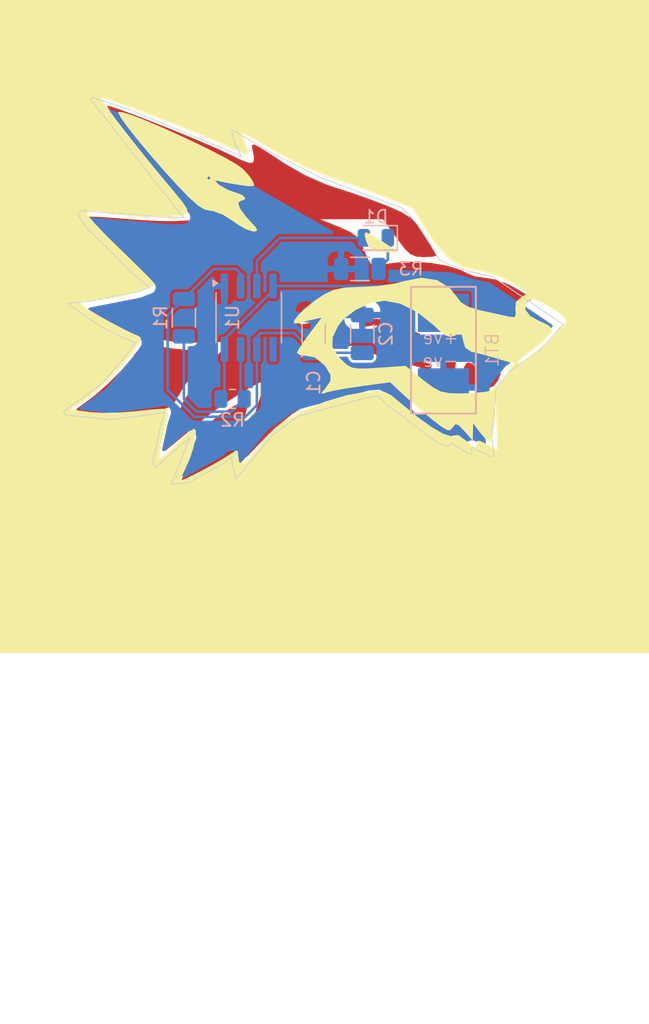
<source format=kicad_pcb>
(kicad_pcb (version 20240108) (generator "pcbnew") (generator_version "8.0")
  (layers (0 "F.Cu" signal) (31 "B.Cu" signal) (34 "B.Paste" user) (35 "F.Paste" user) (36 "B.SilkS" user "B.Silkscreen") (37 "F.SilkS" user "F.Silkscreen") (38 "B.Mask" user) (39 "F.Mask" user) (44 "Edge.Cuts" user))
  (net 0 "")
  (footprint "1_PCBARTSJCET:teeth_for _expose F.Mask" (layer "F.Cu") (at 115.888129 157.599293)
    (property "Reference" "" (at 0 0 0) (layer "F.SilkS") (effects (font (size 1.27 1.27))))
    (property "Value" "")
  )
  (footprint "1_PCBARTSJCET:teeth F.Cu" (layer "F.Cu") (at 115.788129 157.479293)
    (property "Reference" "" (at 0 0 0) (layer "F.SilkS") (effects (font (size 1.27 1.27))))
    (property "Value" "")
    (fp_poly (pts (xy 2.448979 -50.49532) (xy 2.363938 -49.649095) (xy 2.135965 -49.022506) (xy 1.825806 -48.728115) (xy 1.545301 -48.820784) (xy 1.364711 -49.325908) (xy 1.428802 -50.065148) (xy 1.701695 -50.808927) (xy 1.902742 -51.107831) (xy 2.439892 -51.745744)) (fill solid) (layer "F.Cu"))
    (fp_poly (pts (xy -1.686963 -51.172038) (xy -1.379223 -50.862889) (xy -1.072446 -50.8) (xy -0.639628 -50.682998) (xy -0.546236 -50.529787) (xy -0.317486 -50.310244) (xy 0 -50.259574) (xy 0.443913 -50.153027) (xy 0.546237 -50.005309) (xy 0.373786 -49.656071) (xy 0.039867 -49.569897) (xy -0.119118 -49.691229) (xy -0.467418 -49.892784) (xy -1.138558 -50.082196) (xy -1.351299 -50.122079) (xy -2.236238 -50.357409) (xy -2.749113 -50.671495) (xy -2.835764 -51.004471) (xy -2.44203 -51.296469) (xy -2.42096 -51.304442) (xy -1.894584 -51.405806)) (fill solid) (layer "F.Cu"))
    (fp_poly (pts (xy 3.777831 -50.142183) (xy 3.823656 -50.042914) (xy 4.064467 -49.893982) (xy 4.657921 -49.805124) (xy 4.798597 -49.798913) (xy 5.478513 -49.748655) (xy 5.878313 -49.660863) (xy 5.901296 -49.645172) (xy 5.924211 -49.31899) (xy 5.71534 -48.841485) (xy 5.402973 -48.425298) (xy 5.1154 -48.283068) (xy 5.087008 -48.295494) (xy 4.440311 -48.463209) (xy 3.678411 -48.403457) (xy 3.339722 -48.271074) (xy 3.116173 -48.290628) (xy 3.015735 -48.749439) (xy 3.004302 -49.162776) (xy 3.069994 -49.920314) (xy 3.288523 -50.236929) (xy 3.413979 -50.259574)) (fill solid) (layer "F.Cu"))
    (fp_poly (pts (xy -5.592415 -52.410857) (xy -5.204273 -52.215327) (xy -4.885305 -52.237332) (xy -4.46645 -52.243076) (xy -4.369892 -52.125766) (xy -4.135423 -51.943547) (xy -3.66707 -51.880851) (xy -3.147866 -51.781728) (xy -3.051182 -51.435889) (xy -3.05569 -51.411082) (xy -3.33781 -50.989449) (xy -3.807754 -50.840536) (xy -4.212276 -51.038655) (xy -4.230853 -51.066243) (xy -4.606912 -51.238528) (xy -4.939113 -51.198101) (xy -5.372054 -51.189307) (xy -5.462365 -51.353732) (xy -5.677538 -51.558816) (xy -6.008602 -51.532344) (xy -6.450502 -51.567114) (xy -6.540469 -51.884202) (xy -6.250166 -52.33054) (xy -6.169476 -52.401311) (xy -5.785736 -52.57612)) (fill solid) (layer "F.Cu"))
    (fp_poly (pts (xy -3.325093 -53.613434) (xy -2.62502 -53.45269) (xy -2.222813 -53.263518) (xy -2.184946 -53.197379) (xy -1.955645 -53.006481) (xy -1.632853 -52.961702) (xy -1.094921 -52.826506) (xy -0.402923 -52.488897) (xy 0.285523 -52.050846) (xy 0.812798 -51.614323) (xy 1.021285 -51.281299) (xy 1.015859 -51.248134) (xy 0.701518 -50.941563) (xy 0.078066 -51.04456) (xy -0.204838 -51.169368) (xy -0.675001 -51.528098) (xy -0.819354 -51.831289) (xy -0.985314 -52.064898) (xy -1.541931 -52.03602) (xy -1.638709 -52.015957) (xy -2.222601 -51.947836) (xy -2.44115 -52.129424) (xy -2.458064 -52.296215) (xy -2.613959 -52.62815) (xy -3.004301 -52.613195) (xy -3.460098 -52.635817) (xy -3.550537 -52.873363) (xy -3.676354 -53.13076) (xy -4.136482 -53.145556) (xy -4.438172 -53.091138) (xy -5.011184 -52.992329) (xy -5.13339 -53.067539) (xy -4.895523 -53.350616) (xy -4.440179 -53.632969) (xy -3.75483 -53.668585)) (fill solid) (layer "F.Cu"))
  )
  (footprint "1_PCBARTSJCET:fr4 eyes F.Mask" (layer "F.Cu") (at 121.93 155.57)
    (property "Reference" "" (at 0 0 0) (layer "F.SilkS") (effects (font (size 1.27 1.27))))
    (property "Value" "")
  )
  (footprint "1_PCBARTSJCET:sjcet_copper_red F.Cu" (layer "F.Cu") (at 114.822907 158.699727)
    (property "Reference" "" (at 0 0 0) (layer "F.SilkS") (effects (font (size 1.27 1.27))))
    (property "Value" "")
    (fp_poly (pts (xy -12.962405 -47.91865) (xy -13.12809 -47.171998) (xy -13.308819 -46.213111) (xy -13.367174 -45.866575) (xy -13.586107 -44.987618) (xy -13.89541 -44.273011) (xy -14.031134 -44.08235) (xy -14.582575 -43.636116) (xy -15.446587 -43.093126) (xy -16.430373 -42.561727) (xy -17.341135 -42.150268) (xy -17.679674 -42.031944) (xy -18.289457 -41.849533) (xy -17.614063 -43.284873) (xy -17.241559 -44.172159) (xy -16.995109 -44.942333) (xy -16.936001 -45.300199) (xy -16.703221 -45.884056) (xy -16.079561 -46.596584) (xy -15.170319 -47.340448) (xy -14.08079 -48.018316) (xy -13.885884 -48.11965) (xy -12.765451 -48.685172)) (fill solid) (layer "F.Cu"))
    (fp_poly (pts (xy -24.560063 -62.855827) (xy -23.508019 -62.789095) (xy -22.291422 -62.692161) (xy -20.918021 -62.592842) (xy -19.64458 -62.536052) (xy -18.627265 -62.526732) (xy -18.08554 -62.559112) (xy -17.444367 -62.595955) (xy -16.908943 -62.440067) (xy -16.287318 -62.013448) (xy -15.863263 -61.656099) (xy -14.656634 -60.609441) (xy -16.27294 -59.526754) (xy -17.554052 -58.703442) (xy -18.64597 -58.069454) (xy -19.462332 -57.671987) (xy -19.880065 -57.555319) (xy -20.213231 -57.716846) (xy -20.79413 -58.128898) (xy -21.173872 -58.43351) (xy -21.90801 -59.07667) (xy -22.750671 -59.860467) (xy -23.615822 -60.698561) (xy -24.417434 -61.504614) (xy -25.069473 -62.192284) (xy -25.48591 -62.675231) (xy -25.588079 -62.863566) (xy -25.290428 -62.882575)) (fill solid) (layer "F.Cu"))
    (fp_poly (pts (xy -20.348675 -52.808875) (xy -20.347311 -52.808576) (xy -19.647835 -52.690347) (xy -18.63578 -52.56016) (xy -17.647223 -52.457501) (xy -15.76649 -52.28617) (xy -16.77919 -51.088989) (xy -17.458412 -50.21391) (xy -18.067301 -49.310146) (xy -18.308919 -48.889127) (xy -18.636034 -48.333235) (xy -19.009151 -47.994632) (xy -19.592944 -47.778257) (xy -20.552088 -47.589052) (xy -20.564916 -47.58684) (xy -21.888796 -47.414742) (xy -23.273495 -47.326784) (xy -24.557005 -47.324825) (xy -25.577314 -47.410724) (xy -26.047611 -47.523907) (xy -26.342136 -47.687754) (xy -26.252988 -47.891897) (xy -25.774493 -48.228792) (xy -24.846945 -48.925672) (xy -23.78904 -49.866244) (xy -22.774283 -50.883422) (xy -21.976179 -51.81012) (xy -21.793144 -52.062828) (xy -21.333918 -52.652309) (xy -20.920316 -52.865976)) (fill solid) (layer "F.Cu"))
    (fp_poly (pts (xy -23.627407 -71.495895) (xy -22.937191 -71.266834) (xy -21.933557 -70.89962) (xy -20.710839 -70.431599) (xy -19.36337 -69.90012) (xy -17.985484 -69.342531) (xy -16.671514 -68.796181) (xy -15.515794 -68.298416) (xy -14.612658 -67.886585) (xy -14.414777 -67.790209) (xy -13.394104 -67.301562) (xy -12.772269 -67.07789) (xy -12.470306 -67.122256) (xy -12.409252 -67.437726) (xy -12.476342 -67.86542) (xy -12.55585 -68.257153) (xy -12.558245 -68.484963) (xy -12.411639 -68.524262) (xy -12.044142 -68.350461) (xy -11.383866 -67.938971) (xy -10.35892 -67.265202) (xy -9.968817 -67.007749) (xy -8.444414 -66.136177) (xy -6.795067 -65.40708) (xy -6.008602 -65.139604) (xy -4.646407 -64.702245) (xy -3.139316 -64.168502) (xy -1.969324 -63.716114) (xy -0.903761 -63.248444) (xy -0.184821 -62.818963) (xy 0.358973 -62.294649) (xy 0.899099 -61.542479) (xy 0.966697 -61.438501) (xy 1.453671 -60.666647) (xy 1.794894 -60.090109) (xy 1.911828 -59.846881) (xy 1.669958 -59.764021) (xy 1.068913 -59.719469) (xy 0.867111 -59.717021) (xy 0.273556 -59.75801) (xy -0.178806 -59.948479) (xy -0.63475 -60.389679) (xy -1.239053 -61.182865) (xy -1.249556 -61.197364) (xy -2.321505 -62.677707) (xy -4.779569 -62.675233) (xy -7.237634 -62.672759) (xy -5.743029 -62.073081) (xy -4.862124 -61.67865) (xy -4.332985 -61.283009) (xy -3.984954 -60.727126) (xy -3.794654 -60.257447) (xy -3.485087 -59.550285) (xy -3.207747 -59.118369) (xy -3.104313 -59.054363) (xy -2.722975 -59.096934) (xy -1.981857 -59.193691) (xy -1.284676 -59.289719) (xy -0.01592 -59.360521) (xy 1.374262 -59.269018) (xy 2.700512 -59.042625) (xy 3.777473 -58.70876) (xy 4.215579 -58.47617) (xy 4.873002 -58.209097) (xy 5.69198 -58.095775) (xy 5.70398 -58.095744) (xy 6.50232 -57.957123) (xy 7.456398 -57.604835) (xy 7.896435 -57.38067) (xy 8.737074 -56.895844) (xy 9.174353 -56.602682) (xy 9.276322 -56.419835) (xy 9.111033 -56.265955) (xy 8.919374 -56.157841) (xy 8.558638 -55.74265) (xy 8.585455 -55.232363) (xy 8.655947 -54.8717) (xy 8.581365 -54.671023) (xy 8.270195 -54.621595) (xy 7.630924 -54.71468) (xy 6.572039 -54.941539) (xy 6.263971 -55.010718) (xy 5.178691 -55.291745) (xy 4.462776 -55.596882) (xy 3.943344 -56.015442) (xy 3.653022 -56.359543) (xy 2.698081 -57.222584) (xy 1.560319 -57.662945) (xy 0.374824 -57.642566) (xy -0.199511 -57.44493) (xy -1.251375 -57.151979) (xy -2.815537 -57.021953) (xy -3.369773 -57.014893) (xy -4.550177 -56.994432) (xy -5.368841 -56.905891) (xy -6.00956 -56.708532) (xy -6.656131 -56.361621) (xy -6.842765 -56.245143) (xy -7.649737 -55.687432) (xy -8.328668 -55.139806) (xy -8.555426 -54.917966) (xy -8.850037 -54.564205) (xy -8.806077 -54.447831) (xy -8.342889 -54.520016) (xy -8.016858 -54.591933) (xy -7.333892 -54.717796) (xy -6.923443 -54.743433) (xy -6.885138 -54.729622) (xy -6.981624 -54.480686) (xy -7.326994 -53.924076) (xy -7.790724 -53.258384) (xy -8.791024 -51.880851) (xy -7.959949 -51.880851) (xy -7.27094 -51.741417) (xy -6.658447 -51.248289) (xy -6.399271 -50.934469) (xy -6.002945 -50.337985) (xy -5.903988 -49.865081) (xy -6.152804 -49.435128) (xy -6.799798 -48.967496) (xy -7.895372 -48.381556) (xy -8.040647 -48.308806) (xy -9.367875 -47.487099) (xy -10.749018 -46.357688) (xy -11.361745 -45.761288) (xy -13.027791 -44.039587) (xy -12.800974 -45.470593) (xy -12.571097 -46.580918) (xy -12.236616 -47.824134) (xy -12.037273 -48.44548) (xy -11.786818 -49.254133) (xy -11.672498 -49.813048) (xy -11.706584 -49.989361) (xy -12.0997 -49.842997) (xy -12.809434 -49.456233) (xy -13.711403 -48.907568) (xy -14.681222 -48.275497) (xy -15.594509 -47.638517) (xy -16.32688 -47.075124) (xy -16.334569 -47.068707) (xy -17.205797 -46.342345) (xy -18.079924 -45.616134) (xy -18.450795 -45.309123) (xy -19.373402 -44.546971) (xy -18.946767 -45.984655) (xy -17.921482 -48.486659) (xy -16.396801 -50.775639) (xy -15.77258 -51.495688) (xy -15.131826 -52.207366) (xy -14.668202 -52.754547) (xy -14.476108 -53.025508) (xy -14.475268 -53.031063) (xy -14.724153 -53.077514) (xy -15.377989 -53.077324) (xy -16.297552 -53.03073) (xy -16.337915 -53.027903) (xy -18.173411 -53.019811) (xy -19.925468 -53.294647) (xy -21.769327 -53.890021) (xy -23.149108 -54.489687) (xy -25.261924 -55.481638) (xy -23.599255 -55.817184) (xy -21.409469 -56.427809) (xy -19.101381 -57.36498) (xy -16.896278 -58.531947) (xy -15.856923 -59.202233) (xy -14.987279 -59.827673) (xy -14.321651 -60.346767) (xy -13.963531 -60.677085) (xy -13.92956 -60.737357) (xy -14.138164 -60.980158) (xy -14.680716 -61.416695) (xy -15.331152 -61.877766) (xy -16.234612 -62.576739) (xy -17.25488 -63.499968) (xy -18.16849 -64.444787) (xy -19.138822 -65.558164) (xy -20.153805 -66.752565) (xy -21.154686 -67.955287) (xy -22.082713 -69.093628) (xy -22.879134 -70.094886) (xy -23.257792 -70.589383) (xy -22.741807 -70.589383) (xy -22.62915 -70.325306) (xy -22.21343 -69.782323) (xy -21.479248 -68.908034) (xy -20.786915 -68.093617) (xy -19.218112 -66.294051) (xy -17.930065 -64.926672) (xy -16.90253 -63.972694) (xy -16.11526 -63.413329) (xy -15.548014 -63.229792) (xy -15.545566 -63.229787) (xy -14.899283 -63.064344) (xy -14.111516 -62.64702) (xy -13.792473 -62.419149) (xy -13.017713 -61.860054) (xy -12.570807 -61.642966) (xy -12.481136 -61.767163) (xy -12.77808 -62.231923) (xy -12.948839 -62.439881) (xy -13.455976 -63.081089) (xy -13.62373 -63.486647) (xy -13.490127 -63.81159) (xy -13.328172 -63.986383) (xy -13.174824 -64.24337) (xy -13.509015 -64.310638) (xy -13.936928 -64.42029) (xy -14.584748 -64.69499) (xy -15.297632 -65.053359) (xy -15.920739 -65.414014) (xy -16.299226 -65.695575) (xy -16.33989 -65.798477) (xy -16.049254 -65.784926) (xy -15.392261 -65.657085) (xy -14.756778 -65.504442) (xy -13.827738 -65.289852) (xy -13.047478 -65.150805) (xy -12.72594 -65.121276) (xy -12.395545 -65.226774) (xy -12.503991 -65.520159) (xy -12.992349 -65.96677) (xy -13.80169 -66.531948) (xy -14.873084 -67.181031) (xy -16.147601 -67.87936) (xy -17.566313 -68.592272) (xy -19.070289 -69.285108) (xy -20.600601 -69.923207) (xy -21.415394 -70.23217) (xy -22.119529 -70.490415) (xy -22.5668 -70.626952) (xy -22.741807 -70.589383) (xy -23.257792 -70.589383) (xy -23.485198 -70.886357) (xy -23.842152 -71.39534) (xy -23.909871 -71.549453)) (fill solid) (layer "F.Cu"))
  )
  (footprint "1_PCBARTSJCET:Silkscreen_wolf F.SilkS" (layer "F.Cu") (at 107.93 104.28)
    (property "Reference" "" (at 0 0 0) (layer "F.SilkS") (effects (font (size 1.27 1.27))))
    (property "Value" "")
    (fp_poly (pts (xy 3.551501 -7.132708) (xy 4.254231 -6.708557) (xy 4.593617 -6.485107) (xy 5.809574 -5.676782) (xy 4.687603 -5.675625) (xy 3.949543 -5.720393) (xy 3.553876 -5.931751) (xy 3.305279 -6.42227) (xy 3.283043 -6.485107) (xy 3.129838 -7.020983) (xy 3.198014 -7.23685)) (fill solid) (layer "F.SilkS"))
    (fp_poly (pts (xy -15.815797 -16.628188) (xy -15.10225 -16.405077) (xy -14.09157 -16.017521) (xy -12.875317 -15.507212) (xy -11.545051 -14.915842) (xy -10.19233 -14.285104) (xy -8.908713 -13.656689) (xy -7.785761 -13.07229) (xy -6.915033 -12.573598) (xy -6.392525 -12.206302) (xy -5.875905 -11.633178) (xy -5.621251 -11.249499) (xy -5.499401 -10.949965) (xy -5.634748 -10.8316) (xy -6.134137 -10.860494) (xy -6.62657 -10.930447) (xy -7.484633 -11.073239) (xy -8.164563 -11.210842) (xy -8.343589 -11.257626) (xy -8.560587 -11.272481) (xy -8.336665 -11.028595) (xy -8.24149 -10.948898) (xy -7.549115 -10.548978) (xy -6.957979 -10.352637) (xy -6.449725 -10.162617) (xy -6.200946 -9.921613) (xy -6.302787 -9.750087) (xy -6.485107 -9.72766) (xy -6.746859 -9.563771) (xy -6.623342 -9.117379) (xy -6.140711 -8.456394) (xy -5.891675 -8.186801) (xy -5.393104 -7.646656) (xy -5.252596 -7.383129) (xy -5.436967 -7.300026) (xy -5.584306 -7.295745) (xy -6.121067 -7.457861) (xy -6.835568 -7.867721) (xy -7.160639 -8.106383) (xy -7.967225 -8.619191) (xy -8.729742 -8.896644) (xy -8.928876 -8.917022) (xy -9.388122 -9.013898) (xy -9.929618 -9.348102) (xy -10.639031 -9.984992) (xy -11.496569 -10.876064) (xy -12.048983 -11.484043) (xy -9.187235 -11.484043) (xy -9.052128 -11.348937) (xy -8.917022 -11.484043) (xy -9.052128 -11.619149) (xy -9.187235 -11.484043) (xy -12.048983 -11.484043) (xy -12.612286 -12.104007) (xy -13.664988 -13.31133) (xy -14.599358 -14.429314) (xy -15.360076 -15.38924) (xy -15.891825 -16.122387) (xy -16.139285 -16.560038) (xy -16.140653 -16.645163)) (fill solid) (layer "F.SilkS"))
    (fp_poly (pts (xy 25.4 0.135106) (xy 25.4 25.670212) (xy 0 25.670212) (xy -25.4 25.670212) (xy -25.4 6.617449) (xy -19.860639 6.617449) (xy -18.374469 6.819011) (xy -17.366759 6.881182) (xy -16.083473 6.858668) (xy -14.78188 6.756986) (xy -14.628178 6.738669) (xy -13.583202 6.624676) (xy -12.760246 6.565591) (xy -12.292335 6.569794) (xy -12.236756 6.588067) (xy -12.231945 6.896044) (xy -12.344463 7.579471) (xy -12.550091 8.492239) (xy -12.556947 8.519649) (xy -12.768367 9.432017) (xy -12.89367 10.11377) (xy -12.90663 10.42141) (xy -12.904921 10.423448) (xy -12.67903 10.301373) (xy -12.191972 9.880604) (xy -11.61359 9.316675) (xy -10.95694 8.684465) (xy -10.432881 8.24649) (xy -10.181753 8.106382) (xy -10.053008 8.332546) (xy -10.097906 8.915362) (xy -10.285408 9.711319) (xy -10.58447 10.576906) (xy -10.836562 11.133708) (xy -11.1236 11.75643) (xy -11.232155 12.120557) (xy -11.211616 12.159574) (xy -10.913484 12.043268) (xy -10.280659 11.739536) (xy -9.517295 11.34898) (xy -8.59839 10.848639) (xy -7.792873 10.378191) (xy -7.363298 10.100064) (xy -6.927541 9.819762) (xy -6.773471 9.899116) (xy -6.75532 10.219179) (xy -6.676054 10.747803) (xy -6.41963 10.83952) (xy -5.958103 10.48292) (xy -5.263532 9.666591) (xy -5.199049 9.583652) (xy -4.427476 8.692829) (xy -3.580953 7.874526) (xy -2.989254 7.40997) (xy -1.639645 6.676413) (xy 0.013933 6.011925) (xy 1.735205 5.499487) (xy 3.221498 5.228713) (xy 4.065034 5.159081) (xy 4.643367 5.214776) (xy 5.157034 5.465645) (xy 5.806569 5.981532) (xy 6.092993 6.228848) (xy 7.313206 7.227243) (xy 8.398203 8.000504) (xy 9.279108 8.507103) (xy 9.887047 8.705511) (xy 10.104891 8.647874) (xy 10.490189 8.623985) (xy 11.112686 9.084754) (xy 11.132142 9.103305) (xy 11.622712 9.530888) (xy 11.845405 9.581431) (xy 11.889361 9.365955) (xy 11.93473 9.076797) (xy 12.167013 9.070106) (xy 12.7 9.32234) (xy 13.510638 9.741537) (xy 13.458573 7.775556) (xy 13.406509 5.809574) (xy 13.310573 7.498404) (xy 13.226665 8.373429) (xy 13.102795 8.983767) (xy 12.979856 9.187234) (xy 12.67466 8.990778) (xy 12.241566 8.511088) (xy 12.190672 8.444148) (xy 11.636269 7.701063) (xy 11.61917 8.376595) (xy 11.60207 9.052127) (xy 10.948321 8.30937) (xy 10.501492 7.84759) (xy 10.243696 7.769875) (xy 10.037576 8.025838) (xy 9.850143 8.241859) (xy 9.571827 8.220597) (xy 9.090246 7.920061) (xy 8.47061 7.440374) (xy 7.547899 6.678405) (xy 6.614276 5.866995) (xy 6.152432 5.444785) (xy 5.144227 4.493883) (xy 2.909879 4.794568) (xy 1.802078 4.958551) (xy 0.851025 5.126097) (xy 0.22461 5.266893) (xy 0.135106 5.295573) (xy -0.229327 5.409569) (xy -0.201284 5.274024) (xy 0.067553 4.955924) (xy 0.45515 4.399958) (xy 0.465648 3.90888) (xy 0.08954 3.285085) (xy -0.019613 3.143887) (xy -0.765456 2.547769) (xy -1.370676 2.431914) (xy -1.931482 2.363324) (xy -2.161703 2.200559) (xy -2.009102 1.876284) (xy -1.896037 1.704174) (xy 0.622552 1.704174) (xy 1.040969 2.413126) (xy 1.323913 2.716548) (xy 1.742666 3.107357) (xy 2.129162 3.329918) (xy 2.637315 3.418) (xy 3.421041 3.405368) (xy 4.2287 3.35381) (xy 6.35 3.207584) (xy 7.701063 4.291848) (xy 8.497755 4.894262) (xy 9.124044 5.217966) (xy 9.810846 5.346195) (xy 10.673404 5.363249) (xy 11.657375 5.327377) (xy 12.496169 5.248312) (xy 12.884996 5.17466) (xy 13.401252 4.847095) (xy 13.974852 4.241775) (xy 14.14111 4.01401) (xy 14.806907 3.029084) (xy 14.363593 2.895665) (xy 15.163664 2.895665) (xy 15.199881 2.965473) (xy 15.302037 2.97234) (xy 15.618655 2.80175) (xy 16.21721 2.347823) (xy 16.985828 1.697319) (xy 17.247569 1.463498) (xy 18.013661 0.743829) (xy 18.59414 0.148266) (xy 18.893831 -0.223675) (xy 18.914893 -0.279904) (xy 18.694477 -0.611673) (xy 18.14549 -1.05315) (xy 17.436326 -1.501704) (xy 16.735378 -1.854708) (xy 16.211039 -2.00953) (xy 16.097684 -1.99689) (xy 15.699291 -1.650981) (xy 15.727416 -1.173439) (xy 16.127892 -0.679615) (xy 16.846553 -0.284863) (xy 16.912192 -0.262327) (xy 17.521251 0.029427) (xy 17.825986 0.353169) (xy 17.834042 0.403568) (xy 17.634143 0.760262) (xy 17.121343 1.285047) (xy 16.685638 1.646651) (xy 15.838263 2.301676) (xy 15.353698 2.696207) (xy 15.163664 2.895665) (xy 14.363593 2.895665) (xy 13.415687 2.610385) (xy 12.518483 2.354553) (xy 11.763636 2.163604) (xy 11.484042 2.10683) (xy 11.009737 1.787728) (xy 10.858124 1.281293) (xy 10.747367 0.775616) (xy 10.494076 0.709873) (xy 10.219318 0.836737) (xy 9.847207 0.953985) (xy 9.456867 0.825678) (xy 8.912757 0.387089) (xy 8.548427 0.038796) (xy 7.258897 -0.994609) (xy 5.922446 -1.657298) (xy 4.669849 -1.885555) (xy 3.56474 -1.679551) (xy 2.42847 -1.156547) (xy 1.48004 -0.43498) (xy 1.087443 0.051842) (xy 0.642914 0.971971) (xy 0.622552 1.704174) (xy -1.896037 1.704174) (xy -1.613988 1.274834) (xy -1.195783 0.704177) (xy -0.229864 -0.560849) (xy -0.993124 -0.392962) (xy -1.671088 -0.233983) (xy -2.094149 -0.121019) (xy -2.407135 -0.114962) (xy -2.360577 -0.364856) (xy -2.022682 -0.796362) (xy -1.461657 -1.335146) (xy -0.745711 -1.906869) (xy 0 -2.403355) (xy 0.710914 -2.73454) (xy 1.564881 -2.911754) (xy 2.74559 -2.970534) (xy 2.936074 -2.971331) (xy 4.245518 -3.041541) (xy 5.481572 -3.226516) (xy 6.178627 -3.411546) (xy 7.570473 -3.683323) (xy 8.805884 -3.500341) (xy 9.804642 -2.883831) (xy 10.244104 -2.335611) (xy 10.668424 -1.78264) (xy 11.213248 -1.429443) (xy 12.063617 -1.167966) (xy 12.356969 -1.101808) (xy 13.312415 -0.893503) (xy 14.125572 -0.713813) (xy 14.490458 -0.631421) (xy 14.898718 -0.611505) (xy 14.975967 -0.919149) (xy 14.936402 -1.171148) (xy 14.982295 -1.78938) (xy 15.414213 -2.168171) (xy 15.722932 -2.363031) (xy 15.751714 -2.548164) (xy 15.438844 -2.811762) (xy 14.722607 -3.242014) (xy 14.62209 -3.300101) (xy 13.699323 -3.757236) (xy 12.813177 -4.074302) (xy 12.353821 -4.162413) (xy 11.020903 -4.422643) (xy 9.871176 -5.059841) (xy 8.820243 -6.133827) (xy 8.096712 -7.179899) (xy 6.890425 -9.122523) (xy 4.45851 -10.069259) (xy 3.133435 -10.572148) (xy 1.745574 -11.077966) (xy 0.539186 -11.498232) (xy 0.240191 -11.597326) (xy -0.793045 -12.000185) (xy -2.073996 -12.595635) (xy -3.395561 -13.284374) (xy -4.01566 -13.637896) (xy -5.022458 -14.223654) (xy -5.831294 -14.67677) (xy -6.347168 -14.945147) (xy -6.485107 -14.992134) (xy -6.385429 -14.696808) (xy -6.171001 -14.197743) (xy -5.990593 -13.648665) (xy -6.009026 -13.356223) (xy -6.310257 -13.388063) (xy -6.938597 -13.624802) (xy -7.606643 -13.940186) (xy -8.306434 -14.266387) (xy -9.317755 -14.69871) (xy -10.547787 -15.201583) (xy -11.903712 -15.739435) (xy -13.292712 -16.276693) (xy -14.621969 -16.777786) (xy -15.798664 -17.207141) (xy -16.729978 -17.529188) (xy -17.323095 -17.708354) (xy -17.48988 -17.727851) (xy -17.368673 -17.491055) (xy -16.962445 -16.912862) (xy -16.330155 -16.068692) (xy -15.530765 -15.033962) (xy -14.623235 -13.884093) (xy -13.666527 -12.694504) (xy -12.719601 -11.540614) (xy -11.841418 -10.497841) (xy -11.798589 -10.447896) (xy -11.113294 -9.613828) (xy -10.765423 -9.080537) (xy -10.71117 -8.765756) (xy -10.829534 -8.628098) (xy -11.368762 -8.479772) (xy -12.314844 -8.405249) (xy -13.539359 -8.403889) (xy -14.913886 -8.475053) (xy -16.310005 -8.618102) (xy -16.590944 -8.656785) (xy -17.539829 -8.768457) (xy -18.264252 -8.806203) (xy -18.613229 -8.762441) (xy -18.61754 -8.758585) (xy -18.491947 -8.522866) (xy -18.036372 -7.989178) (xy -17.316069 -7.22813) (xy -16.39629 -6.310329) (xy -16.010107 -5.937127) (xy -15.018416 -4.977298) (xy -14.18388 -4.1512) (xy -13.576431 -3.529493) (xy -13.266005 -3.182839) (xy -13.240426 -3.138705) (xy -13.483394 -2.954469) (xy -14.119426 -2.713369) (xy -15.009214 -2.451488) (xy -16.01345 -2.204911) (xy -16.992824 -2.009721) (xy -17.80803 -1.902003) (xy -18.055515 -1.89149) (xy -18.788139 -1.870731) (xy -19.067906 -1.782508) (xy -18.981628 -1.587897) (xy -18.905244 -1.510527) (xy -18.489318 -1.214056) (xy -17.742633 -0.764395) (xy -16.819686 -0.24623) (xy -15.874976 0.255757) (xy -15.063002 0.656879) (xy -14.583475 0.858345) (xy -14.372554 1.025125) (xy -14.47221 1.378693) (xy -14.714436 1.776994) (xy -15.391409 2.671066) (xy -16.306679 3.69822) (xy -17.313317 4.709343) (xy -18.264395 5.555325) (xy -18.891514 6.016114) (xy -19.860639 6.617449) (xy -25.4 6.617449) (xy -25.4 0.135106) (xy -25.4 -25.4) (xy 0 -25.4) (xy 25.4 -25.4)) (fill solid) (layer "F.SilkS"))
  )
  (footprint "Resistor_SMD:R_1206_3216Metric" (layer "B.Cu") (at 110.6975 99.91 180)
    (property "Reference" "R3" (at -4.0025 0 0) (layer "B.SilkS") (effects (justify mirror)))
    (property "Value" "270")
    (fp_line (start 0.727064 0.91) (end -0.727064 0.91) (stroke (width 0.12)) (layer "B.SilkS"))
    (fp_line (start 0.727064 -0.91) (end -0.727064 -0.91) (stroke (width 0.12)) (layer "B.SilkS"))
    (pad "1" smd roundrect (at -1.4625 0 180) (size 1.125 1.75) (layers "B.Cu" "B.Paste" "B.Mask") (roundrect_rratio 0.222222))
    (pad "2" smd roundrect (at 1.4625 0 180) (size 1.125 1.75) (layers "B.Cu" "B.Paste" "B.Mask") (roundrect_rratio 0.222222))
  )
  (footprint "Resistor_SMD:R_1206_3216Metric" (layer "B.Cu") (at 96.92 103.72 -90)
    (property "Reference" "R1" (at 0 1.82 90) (layer "B.SilkS") (effects (justify mirror)))
    (property "Value" "470k")
    (fp_line (start 0.727064 0.91) (end -0.727064 0.91) (stroke (width 0.12)) (layer "B.SilkS"))
    (fp_line (start 0.727064 -0.91) (end -0.727064 -0.91) (stroke (width 0.12)) (layer "B.SilkS"))
    (pad "1" smd roundrect (at -1.4625 0 270) (size 1.125 1.75) (layers "B.Cu" "B.Paste" "B.Mask") (roundrect_rratio 0.222222))
    (pad "2" smd roundrect (at 1.4625 0 270) (size 1.125 1.75) (layers "B.Cu" "B.Paste" "B.Mask") (roundrect_rratio 0.222222))
  )
  (footprint "LED_SMD:LED_0805_2012Metric" (layer "B.Cu") (at 111.95 97.48 180)
    (property "Reference" "D1" (at 0 1.65 0) (layer "B.SilkS") (effects (justify mirror)))
    (property "Value" "LED")
    (fp_line (start 1 -0.96) (end -1.685 -0.96) (stroke (width 0.12)) (layer "B.SilkS"))
    (fp_line (start -1.685 0.96) (end 1 0.96) (stroke (width 0.12)) (layer "B.SilkS"))
    (fp_line (start -1.685 -0.96) (end -1.685 0.96) (stroke (width 0.12)) (layer "B.SilkS"))
    (pad "1" smd roundrect (at -0.9375 0 180) (size 0.975 1.4) (layers "B.Cu" "B.Paste" "B.Mask"))
    (pad "2" smd roundrect (at 0.9375 0 180) (size 0.975 1.4) (layers "B.Cu" "B.Paste" "B.Mask"))
  )
  (footprint "Resistor_SMD:R_0805_2012Metric" (layer "B.Cu") (at 100.73 110.07)
    (property "Reference" "R2" (at 0 1.65 0) (layer "B.SilkS") (effects (justify mirror)))
    (property "Value" "100k")
    (fp_line (start 0.227064 -0.735) (end -0.227064 -0.735) (stroke (width 0.12)) (layer "B.SilkS"))
    (fp_line (start 0.227064 0.735) (end -0.227064 0.735) (stroke (width 0.12)) (layer "B.SilkS"))
    (pad "1" smd roundrect (at -0.9125 0) (size 1.025 1.4) (layers "B.Cu" "B.Paste" "B.Mask") (roundrect_rratio 0.243902))
    (pad "2" smd roundrect (at 0.9125 0) (size 1.025 1.4) (layers "B.Cu" "B.Paste" "B.Mask") (roundrect_rratio 0.243902))
  )
  (footprint "Package_SO:SOIC-8_3.9x4.9mm_P1.27mm" (layer "B.Cu") (at 102 103.72 -90)
    (property "Reference" "U1" (at 0 1.27 90) (layer "B.SilkS") (effects (justify mirror)))
    (property "Value" "NA555D")
    (fp_line (start -1.95 2.56) (end 0 2.56) (stroke (width 0.12)) (layer "B.SilkS"))
    (fp_line (start 1.95 2.56) (end 0 2.56) (stroke (width 0.12)) (layer "B.SilkS"))
    (fp_line (start -1.95 -2.56) (end 0 -2.56) (stroke (width 0.12)) (layer "B.SilkS"))
    (fp_line (start 1.95 -2.56) (end 0 -2.56) (stroke (width 0.12)) (layer "B.SilkS"))
    (fp_poly (pts (xy -2.7 2.465) (xy -2.94 2.795) (xy -2.46 2.795) (xy -2.7 2.465)) (stroke (width 0.12)) (fill solid) (layer "B.SilkS"))
    (pad "1" smd roundrect (at -2.475 1.905 270) (size 1.95 0.6) (layers "B.Cu" "B.Paste" "B.Mask"))
    (pad "2" smd roundrect (at -2.475 0.635 270) (size 1.95 0.6) (layers "B.Cu" "B.Paste" "B.Mask"))
    (pad "3" smd roundrect (at -2.475 -0.635 270) (size 1.95 0.6) (layers "B.Cu" "B.Paste" "B.Mask"))
    (pad "4" smd roundrect (at -2.475 -1.905 270) (size 1.95 0.6) (layers "B.Cu" "B.Paste" "B.Mask"))
    (pad "5" smd roundrect (at 2.475 -1.905 270) (size 1.95 0.6) (layers "B.Cu" "B.Paste" "B.Mask"))
    (pad "6" smd roundrect (at 2.475 -0.635 270) (size 1.95 0.6) (layers "B.Cu" "B.Paste" "B.Mask"))
    (pad "7" smd roundrect (at 2.475 0.635 270) (size 1.95 0.6) (layers "B.Cu" "B.Paste" "B.Mask"))
    (pad "8" smd roundrect (at 2.475 1.905 270) (size 1.95 0.6) (layers "B.Cu" "B.Paste" "B.Mask"))
  )
  (footprint "Capacitor_SMD:C_1206_3216Metric" (layer "B.Cu") (at 107.08 104.99 90)
    (property "Reference" "C1" (at -3.81 0 90) (layer "B.SilkS") (effects (justify mirror)))
    (property "Value" "1uf")
    (fp_line (start 0.711252 -0.91) (end -0.711252 -0.91) (stroke (width 0.12)) (layer "B.SilkS"))
    (fp_line (start 0.711252 0.91) (end -0.711252 0.91) (stroke (width 0.12)) (layer "B.SilkS"))
    (pad "1" smd roundrect (at -1.475 0 90) (size 1.15 1.8) (layers "B.Cu" "B.Paste" "B.Mask") (roundrect_rratio 0.217391))
    (pad "2" smd roundrect (at 1.475 0 90) (size 1.15 1.8) (layers "B.Cu" "B.Paste" "B.Mask") (roundrect_rratio 0.217391))
  )
  (footprint "Capacitor_SMD:C_1206_3216Metric" (layer "B.Cu") (at 110.89 104.99 90)
    (property "Reference" "C2" (at 0 1.85 90) (layer "B.SilkS") (effects (justify mirror)))
    (property "Value" "1uf")
    (fp_line (start 0.711252 -0.91) (end -0.711252 -0.91) (stroke (width 0.12)) (layer "B.SilkS"))
    (fp_line (start 0.711252 0.91) (end -0.711252 0.91) (stroke (width 0.12)) (layer "B.SilkS"))
    (pad "1" smd roundrect (at -1.475 0 90) (size 1.15 1.8) (layers "B.Cu" "B.Paste" "B.Mask") (roundrect_rratio 0.217391))
    (pad "2" smd roundrect (at 1.475 0 90) (size 1.15 1.8) (layers "B.Cu" "B.Paste" "B.Mask") (roundrect_rratio 0.217391))
  )
  (footprint "Battery_smd_pad_vinvout:battery_pads" (layer "B.Cu") (at 109.62 105.625 -90)
    (property "Reference" "BT1" (at 0.635 -11.43 90) (layer "B.SilkS") (effects (font (thickness 0.1)) (justify mirror)))
    (property "Value" "3V")
    (fp_rect (start -4.318 -5.08) (end 5.588 -10.16) (stroke (width 0.15)) (fill none) (layer "B.SilkS"))
    (fp_text user "-ve" (at 2.032 -8.89 0) (layer "B.SilkS") (effects (font (thickness 0.1)) (justify left bottom mirror)))
    (fp_text user "+ve" (at 0.254 -8.89 0) (layer "B.SilkS") (effects (font (thickness 0.1)) (justify left bottom mirror)))
    (pad "1" smd rect (at -2.286 -7.62 270) (size 3 4) (layers "B.Cu" "B.Paste" "B.Mask"))
    (pad "2" smd rect (at 3.556 -7.62 270) (size 3 4) (layers "B.Cu" "B.Paste" "B.Mask"))
  )
  (gr_line (start 118.311173 99.793912) (end 117.080207 99.295068) (stroke (width 0.072)) (layer "Edge.Cuts"))
  (gr_line (start 124.833837 106.221273) (end 126.609223 104.243257) (stroke (width 0.072)) (layer "Edge.Cuts"))
  (gr_line (start 91.216565 111.69143) (end 95.145569 111.187344) (stroke (width 0.072)) (layer "Edge.Cuts"))
  (gr_line (start 92.565917 87.396459) (end 89.785241 86.506532) (stroke (width 0.072)) (layer "Edge.Cuts"))
  (gr_line (start 88.607541 95.628889) (end 89.357017 96.751333) (stroke (width 0.072)) (layer "Edge.Cuts"))
  (gr_line (start 90.529206 108.860581) (end 88.045246 110.660232) (stroke (width 0.072)) (layer "Edge.Cuts"))
  (gr_line (start 100.689533 114.942612) (end 100.964058 116.377395) (stroke (width 0.072)) (layer "Edge.Cuts"))
  (gr_line (start 96.300723 95.934968) (end 88.892679 95.341371) (stroke (width 0.072)) (layer "Edge.Cuts"))
  (gr_line (start 101.426539 91.165324) (end 101.145257 90.971115) (stroke (width 0.072)) (layer "Edge.Cuts"))
  (gr_line (start 112.843954 110.54983) (end 116.812918 113.532459) (stroke (width 0.072)) (layer "Edge.Cuts"))
  (gr_line (start 103.783121 112.931871) (end 105.863507 111.425541) (stroke (width 0.072)) (layer "Edge.Cuts"))
  (gr_line (start 116.291404 98.118346) (end 115.18188 96.405078) (stroke (width 0.072)) (layer "Edge.Cuts"))
  (gr_line (start 97.315311 116.614005) (end 100.068875 115.075578) (stroke (width 0.072)) (layer "Edge.Cuts"))
  (gr_line (start 121.110403 100.529893) (end 119.597651 100.176042) (stroke (width 0.072)) (layer "Edge.Cuts"))
  (gr_line (start 96.036094 114.254803) (end 97.387966 113.079648) (stroke (width 0.072)) (layer "Edge.Cuts"))
  (gr_line (start 95.162698 111.895604) (end 94.478716 115.056213) (stroke (width 0.072)) (layer "Edge.Cuts"))
  (gr_line (start 88.045246 110.660232) (end 87.492185 111.065026) (stroke (width 0.072)) (layer "Edge.Cuts"))
  (gr_line (start 94.478716 115.056213) (end 94.696372 115.450622) (stroke (width 0.072)) (layer "Edge.Cuts"))
  (gr_line (start 116.830075 99.051135) (end 116.291404 98.118346) (stroke (width 0.072)) (layer "Edge.Cuts"))
  (gr_line (start 87.492185 111.065026) (end 87.701179 111.326584) (stroke (width 0.072)) (layer "Edge.Cuts"))
  (gr_line (start 126.609223 104.243257) (end 121.110403 100.529893) (stroke (width 0.072)) (layer "Edge.Cuts"))
  (gr_line (start 100.664632 114.606562) (end 100.689533 114.942612) (stroke (width 0.072)) (layer "Edge.Cuts"))
  (gr_line (start 100.964058 116.377395) (end 101.749751 115.449837) (stroke (width 0.072)) (layer "Edge.Cuts"))
  (gr_line (start 93.115417 105.684808) (end 92.69299 106.321332) (stroke (width 0.072)) (layer "Edge.Cuts"))
  (gr_line (start 105.863507 111.425541) (end 111.444335 109.920093) (stroke (width 0.072)) (layer "Edge.Cuts"))
  (gr_line (start 114.051603 95.15299) (end 107.648247 92.777552) (stroke (width 0.072)) (layer "Edge.Cuts"))
  (gr_line (start 89.466663 102.437306) (end 87.838188 102.607953) (stroke (width 0.072)) (layer "Edge.Cuts"))
  (gr_line (start 96.101999 116.329238) (end 95.915177 116.759514) (stroke (width 0.072)) (layer "Edge.Cuts"))
  (gr_line (start 119.454414 114.089401) (end 119.472094 113.810923) (stroke (width 0.072)) (layer "Edge.Cuts"))
  (gr_line (start 120.930868 114.5893) (end 121.197909 114.488853) (stroke (width 0.072)) (layer "Edge.Cuts"))
  (gr_line (start 87.701179 111.326584) (end 91.216565 111.69143) (stroke (width 0.072)) (layer "Edge.Cuts"))
  (gr_line (start 121.366741 109.244337) (end 122.428003 107.902729) (stroke (width 0.072)) (layer "Edge.Cuts"))
  (gr_line (start 96.488585 95.403651) (end 96.915682 95.870046) (stroke (width 0.072)) (layer "Edge.Cuts"))
  (gr_line (start 121.197909 114.488853) (end 121.014888 113.038305) (stroke (width 0.072)) (layer "Edge.Cuts"))
  (gr_line (start 117.565109 113.815542) (end 117.810863 113.531919) (stroke (width 0.072)) (layer "Edge.Cuts"))
  (gr_line (start 119.472094 113.810923) (end 120.074075 114.16949) (stroke (width 0.072)) (layer "Edge.Cuts"))
  (gr_line (start 118.235886 113.778991) (end 119.37862 114.435926) (stroke (width 0.072)) (layer "Edge.Cuts"))
  (gr_line (start 94.696372 115.450622) (end 96.036094 114.254803) (stroke (width 0.072)) (layer "Edge.Cuts"))
  (gr_line (start 122.428003 107.902729) (end 124.833837 106.221273) (stroke (width 0.072)) (layer "Edge.Cuts"))
  (gr_line (start 96.915682 95.870046) (end 96.300723 95.934968) (stroke (width 0.072)) (layer "Edge.Cuts"))
  (gr_line (start 101.267221 90.780067) (end 101.426539 91.165324) (stroke (width 0.072)) (layer "Edge.Cuts"))
  (gr_line (start 93.386307 101.668875) (end 89.466663 102.437306) (stroke (width 0.072)) (layer "Edge.Cuts"))
  (gr_line (start 89.785277 86.506532) (end 89.616617 86.624835) (stroke (width 0.072)) (layer "Edge.Cuts"))
  (gr_line (start 92.127333 105.259764) (end 93.115417 105.684808) (stroke (width 0.072)) (layer "Edge.Cuts"))
  (gr_line (start 117.810863 113.531919) (end 118.235886 113.778991) (stroke (width 0.072)) (layer "Edge.Cuts"))
  (gr_line (start 103.577079 90.698401) (end 100.667829 89.017593) (stroke (width 0.072)) (layer "Edge.Cuts"))
  (gr_line (start 95.415429 111.114087) (end 95.162698 111.895604) (stroke (width 0.072)) (layer "Edge.Cuts"))
  (gr_line (start 90.453192 104.447888) (end 92.127333 105.259764) (stroke (width 0.072)) (layer "Edge.Cuts"))
  (gr_line (start 97.387966 113.079648) (end 96.101999 116.329238) (stroke (width 0.072)) (layer "Edge.Cuts"))
  (gr_line (start 101.145257 90.971115) (end 92.565917 87.396459) (stroke (width 0.072)) (layer "Edge.Cuts"))
  (gr_line (start 95.145569 111.187344) (end 95.415429 111.114087) (stroke (width 0.072)) (layer "Edge.Cuts"))
  (gr_line (start 120.074075 114.16949) (end 120.930868 114.5893) (stroke (width 0.072)) (layer "Edge.Cuts"))
  (gr_line (start 95.915177 116.759514) (end 97.315311 116.614005) (stroke (width 0.072)) (layer "Edge.Cuts"))
  (gr_line (start 92.987751 100.319415) (end 94.206253 101.349577) (stroke (width 0.072)) (layer "Edge.Cuts"))
  (gr_line (start 94.206253 101.349577) (end 93.386307 101.668875) (stroke (width 0.072)) (layer "Edge.Cuts"))
  (gr_line (start 115.18188 96.405078) (end 114.051603 95.15299) (stroke (width 0.072)) (layer "Edge.Cuts"))
  (gr_line (start 117.080207 99.295068) (end 116.830075 99.051135) (stroke (width 0.072)) (layer "Edge.Cuts"))
  (gr_line (start 107.648247 92.777552) (end 103.577079 90.698401) (stroke (width 0.072)) (layer "Edge.Cuts"))
  (gr_line (start 100.068875 115.075578) (end 100.664632 114.606562) (stroke (width 0.072)) (layer "Edge.Cuts"))
  (gr_line (start 112.126243 109.857306) (end 112.843954 110.54983) (stroke (width 0.072)) (layer "Edge.Cuts"))
  (gr_line (start 111.444335 109.920093) (end 112.126243 109.857306) (stroke (width 0.072)) (layer "Edge.Cuts"))
  (gr_line (start 119.37862 114.435926) (end 119.454414 114.089401) (stroke (width 0.072)) (layer "Edge.Cuts"))
  (gr_line (start 100.667829 89.017593) (end 100.81158 89.839941) (stroke (width 0.072)) (layer "Edge.Cuts"))
  (gr_line (start 89.616617 86.624835) (end 96.488585 95.403651) (stroke (width 0.072)) (layer "Edge.Cuts"))
  (gr_line (start 116.812918 113.532459) (end 117.565109 113.815542) (stroke (width 0.072)) (layer "Edge.Cuts"))
  (gr_line (start 101.749751 115.449837) (end 103.783121 112.931871) (stroke (width 0.072)) (layer "Edge.Cuts"))
  (gr_line (start 88.892679 95.341371) (end 88.607541 95.628889) (stroke (width 0.072)) (layer "Edge.Cuts"))
  (gr_line (start 100.81158 89.839941) (end 101.267221 90.780067) (stroke (width 0.072)) (layer "Edge.Cuts"))
  (gr_line (start 89.357017 96.751333) (end 92.987751 100.319415) (stroke (width 0.072)) (layer "Edge.Cuts"))
  (gr_line (start 92.69299 106.321332) (end 90.529206 108.860581) (stroke (width 0.072)) (layer "Edge.Cuts"))
  (gr_line (start 87.838188 102.607953) (end 90.453192 104.447888) (stroke (width 0.072)) (layer "Edge.Cuts"))
  (gr_line (start 119.597651 100.176042) (end 118.311173 99.793912) (stroke (width 0.072)) (layer "Edge.Cuts"))
  (gr_line (start 121.014888 113.038305) (end 121.366741 109.244337) (stroke (width 0.072)) (layer "Edge.Cuts"))
  (segment (start 100.095 106.195) (end 100.095 109.7925) (width 0.2) (layer "B.Cu") (net 0))
  (segment (start 101.365 100.270001) (end 101.004999 99.91) (width 0.2) (layer "B.Cu") (net 0))
  (segment (start 101.739744 111.47) (end 102.635 110.574744) (width 0.2) (layer "B.Cu") (net 0))
  (segment (start 102.635 106.195) (end 102.635 105.220001) (width 0.2) (layer "B.Cu") (net 0))
  (segment (start 107.08 106.465) (end 110.89 106.465) (width 0.2) (layer "B.Cu") (net 0))
  (segment (start 100.095 105.400552) (end 103.905 101.590552) (width 0.2) (layer "B.Cu") (net 0))
  (segment (start 105.535 104.92) (end 107.08 106.465) (width 0.2) (layer "B.Cu") (net 0))
  (segment (start 102.935001 104.92) (end 105.535 104.92) (width 0.2) (layer "B.Cu") (net 0))
  (segment (start 103.905 101.245) (end 115.146 101.245) (width 0.2) (layer "B.Cu") (net 0))
  (segment (start 115.146 101.245) (end 117.24 103.339) (width 0.2) (layer "B.Cu") (net 0))
  (segment (start 111.0125 97.48) (end 104.43 97.48) (width 0.2) (layer "B.Cu") (net 0))
  (segment (start 95.65 109.365686) (end 97.754314 111.47) (width 0.2) (layer "B.Cu") (net 0))
  (segment (start 100.095 109.7925) (end 99.8175 110.07) (width 0.2) (layer "B.Cu") (net 0))
  (segment (start 102.635 105.220001) (end 102.935001 104.92) (width 0.2) (layer "B.Cu") (net 0))
  (segment (start 111.8675 99.6175) (end 112.16 99.91) (width 0.2) (layer "B.Cu") (net 0))
  (segment (start 101.365 106.195) (end 101.365 109.7925) (width 0.2) (layer "B.Cu") (net 0))
  (segment (start 101.004999 99.91) (end 99.2675 99.91) (width 0.2) (layer "B.Cu") (net 0))
  (segment (start 101.365 101.245) (end 101.365 100.270001) (width 0.2) (layer "B.Cu") (net 0))
  (segment (start 102.635 110.574744) (end 102.635 106.195) (width 0.2) (layer "B.Cu") (net 0))
  (segment (start 99.2675 99.91) (end 96.92 102.2575) (width 0.2) (layer "B.Cu") (net 0))
  (segment (start 96.92 102.2575) (end 95.65 103.5275) (width 0.2) (layer "B.Cu") (net 0))
  (segment (start 104.43 97.48) (end 102.635 99.275) (width 0.2) (layer "B.Cu") (net 0))
  (segment (start 95.65 103.5275) (end 95.65 109.365686) (width 0.2) (layer "B.Cu") (net 0))
  (segment (start 96.92 110.07) (end 97.92 111.07) (width 0.2) (layer "B.Cu") (net 0))
  (segment (start 112.8875 99.1825) (end 112.16 99.91) (width 0.2) (layer "B.Cu") (net 0))
  (segment (start 100.095 106.195) (end 100.095 105.400552) (width 0.2) (layer "B.Cu") (net 0))
  (segment (start 97.754314 111.47) (end 101.739744 111.47) (width 0.2) (layer "B.Cu") (net 0))
  (segment (start 102.635 99.275) (end 102.635 101.245) (width 0.2) (layer "B.Cu") (net 0))
  (segment (start 101.365 109.7925) (end 101.6425 110.07) (width 0.2) (layer "B.Cu") (net 0))
  (segment (start 103.905 101.590552) (end 103.905 101.245) (width 0.2) (layer "B.Cu") (net 0))
  (segment (start 100.6425 111.07) (end 101.6425 110.07) (width 0.2) (layer "B.Cu") (net 0))
  (segment (start 96.92 105.1825) (end 96.92 110.07) (width 0.2) (layer "B.Cu") (net 0))
  (segment (start 112.8875 97.48) (end 112.8875 99.1825) (width 0.2) (layer "B.Cu") (net 0))
  (segment (start 97.92 111.07) (end 100.6425 111.07) (width 0.2) (layer "B.Cu") (net 0))
  (zone (net 0) (net_name "") (layer "B.Cu") (connect_pads (clearance 0)) (min_thickness 0.25) (fill yes (thermal_gap 0.5) (thermal_bridge_width 0.5))
    (polygon (pts (xy 89.19 85.85) (xy 110.46 98.04) (xy 111.79 99.88) (xy 127.88 100.69) (xy 128.15 119.55) (xy 84.19 118.28) (xy 83.62 89.44)))
  )
)
</source>
